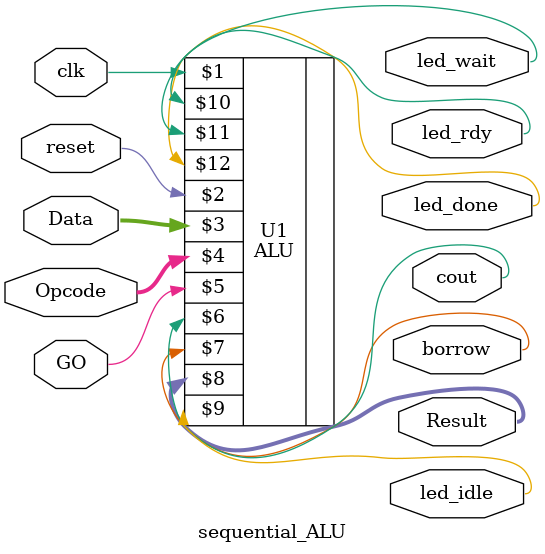
<source format=v>


module sequential_ALU(
	input clk,
	input reset,
	input [3:0]Data,
	input [2:0]Opcode,
	input GO,
	output reg cout,
	output reg borrow,
	output reg [3:0]Result, 
	output reg led_idle, led_wait, led_rdy, led_done
);

	ALU U1(clk, reset, Data, Opcode, GO, cout, borrow, Result, led_idle, led_wait, led_rdy, led_done);


endmodule

</source>
